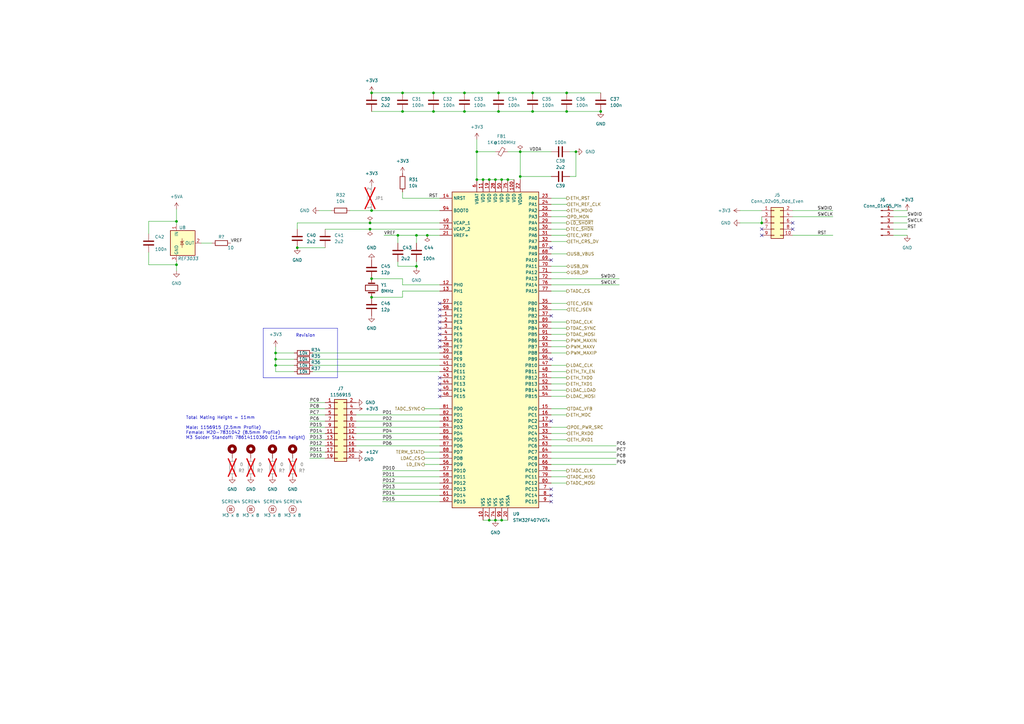
<source format=kicad_sch>
(kicad_sch (version 20230121) (generator eeschema)
  (paper "A3")
  (title_block (title "MCU") (date "2023-11-27") (rev "r0_3") (company "M-Labs Limited") (comment 1 "Linus Woo Chun Kit"))
  (lib_symbols
    (symbol "Connector:Conn_01x05_Pin" (pin_names (offset 1.016) hide)
      (property "Reference" "J" (at 0 7.62 0))
      (property "Value" "Conn_01x05_Pin" (at 0 -7.62 0))
      (symbol "Conn_01x05_Pin_1_1"
        (pin passive line (at 5.08 5.08 180) (length 3.81) (name "Pin_1") (number "1"))
        (pin passive line (at 5.08 2.54 180) (length 3.81) (name "Pin_2") (number "2"))
        (pin passive line (at 5.08 0 180) (length 3.81) (name "Pin_3") (number "3"))
        (pin passive line (at 5.08 -2.54 180) (length 3.81) (name "Pin_4") (number "4"))
        (pin passive line (at 5.08 -5.08 180) (length 3.81) (name "Pin_5") (number "5"))
      )
    )
    (symbol "Connector_Generic:Conn_02x05_Odd_Even" (pin_names (offset 1.016) hide)
      (property "Reference" "J" (at 1.27 7.62 0))
      (property "Value" "Conn_02x05_Odd_Even" (at 1.27 -7.62 0))
      (symbol "Conn_02x05_Odd_Even_1_1"
        (pin passive line (at -5.08 5.08 0) (length 3.81) (name "Pin_1") (number "1"))
        (pin passive line (at 7.62 -5.08 180) (length 3.81) (name "Pin_10") (number "10"))
        (pin passive line (at 7.62 5.08 180) (length 3.81) (name "Pin_2") (number "2"))
        (pin passive line (at -5.08 2.54 0) (length 3.81) (name "Pin_3") (number "3"))
        (pin passive line (at 7.62 2.54 180) (length 3.81) (name "Pin_4") (number "4"))
        (pin passive line (at -5.08 0 0) (length 3.81) (name "Pin_5") (number "5"))
        (pin passive line (at 7.62 0 180) (length 3.81) (name "Pin_6") (number "6"))
        (pin passive line (at -5.08 -2.54 0) (length 3.81) (name "Pin_7") (number "7"))
        (pin passive line (at 7.62 -2.54 180) (length 3.81) (name "Pin_8") (number "8"))
        (pin passive line (at -5.08 -5.08 0) (length 3.81) (name "Pin_9") (number "9"))
      )
    )
    (symbol "Connector_Generic:Conn_02x10_Odd_Even" (pin_names (offset 1.016) hide)
      (property "Reference" "J" (at 1.27 12.7 0))
      (property "Value" "Conn_02x10_Odd_Even" (at 1.27 -15.24 0))
      (symbol "Conn_02x10_Odd_Even_1_1"
        (pin passive line (at -5.08 10.16 0) (length 3.81) (name "Pin_1") (number "1"))
        (pin passive line (at 7.62 0 180) (length 3.81) (name "Pin_10") (number "10"))
        (pin passive line (at -5.08 -2.54 0) (length 3.81) (name "Pin_11") (number "11"))
        (pin passive line (at 7.62 -2.54 180) (length 3.81) (name "Pin_12") (number "12"))
        (pin passive line (at -5.08 -5.08 0) (length 3.81) (name "Pin_13") (number "13"))
        (pin passive line (at 7.62 -5.08 180) (length 3.81) (name "Pin_14") (number "14"))
        (pin passive line (at -5.08 -7.62 0) (length 3.81) (name "Pin_15") (number "15"))
        (pin passive line (at 7.62 -7.62 180) (length 3.81) (name "Pin_16") (number "16"))
        (pin passive line (at -5.08 -10.16 0) (length 3.81) (name "Pin_17") (number "17"))
        (pin passive line (at 7.62 -10.16 180) (length 3.81) (name "Pin_18") (number "18"))
        (pin passive line (at -5.08 -12.7 0) (length 3.81) (name "Pin_19") (number "19"))
        (pin passive line (at 7.62 10.16 180) (length 3.81) (name "Pin_2") (number "2"))
        (pin passive line (at 7.62 -12.7 180) (length 3.81) (name "Pin_20") (number "20"))
        (pin passive line (at -5.08 7.62 0) (length 3.81) (name "Pin_3") (number "3"))
        (pin passive line (at 7.62 7.62 180) (length 3.81) (name "Pin_4") (number "4"))
        (pin passive line (at -5.08 5.08 0) (length 3.81) (name "Pin_5") (number "5"))
        (pin passive line (at 7.62 5.08 180) (length 3.81) (name "Pin_6") (number "6"))
        (pin passive line (at -5.08 2.54 0) (length 3.81) (name "Pin_7") (number "7"))
        (pin passive line (at 7.62 2.54 180) (length 3.81) (name "Pin_8") (number "8"))
        (pin passive line (at -5.08 0 0) (length 3.81) (name "Pin_9") (number "9"))
      )
    )
    (symbol "Device:C" (pin_numbers hide) (pin_names (offset 0.254))
      (property "Reference" "C" (at 0.635 2.54 0))
      (property "Value" "C" (at 0.635 -2.54 0))
      (symbol "C_1_1"
        (pin passive line (at 0 3.81 270) (length 2.794) (name "~") (number "1"))
        (pin passive line (at 0 -3.81 90) (length 2.794) (name "~") (number "2"))
      )
    )
    (symbol "Device:Crystal" (pin_numbers hide) (pin_names (offset 1.016) hide)
      (property "Reference" "Y" (at 0 3.81 0))
      (property "Value" "Crystal" (at 0 -3.81 0))
      (symbol "Crystal_1_1"
        (pin passive line (at -3.81 0 0) (length 1.27) (name "1") (number "1"))
        (pin passive line (at 3.81 0 180) (length 1.27) (name "2") (number "2"))
      )
    )
    (symbol "Device:FerriteBead_Small" (pin_numbers hide) (pin_names (offset 0))
      (property "Reference" "FB" (at 1.905 1.27 0))
      (property "Value" "FerriteBead_Small" (at 1.905 -1.27 0))
      (symbol "FerriteBead_Small_1_1"
        (pin passive line (at 0 2.54 270) (length 1.27) (name "~") (number "1"))
        (pin passive line (at 0 -2.54 90) (length 1.27) (name "~") (number "2"))
      )
    )
    (symbol "Device:R" (pin_numbers hide) (pin_names (offset 0))
      (property "Reference" "R" (at 2.032 0 90))
      (property "Value" "R" (at 0 0 90))
      (symbol "R_1_1"
        (pin passive line (at 0 3.81 270) (length 1.27) (name "~") (number "1"))
        (pin passive line (at 0 -3.81 90) (length 1.27) (name "~") (number "2"))
      )
    )
    (symbol "Jumper:Jumper_2_Open" (pin_names (offset 0) hide)
      (property "Reference" "JP" (at 0 2.794 0))
      (property "Value" "Jumper_2_Open" (at 0 -2.286 0))
      (symbol "Jumper_2_Open_1_1"
        (pin passive line (at -5.08 0 0) (length 2.54) (name "A") (number "1"))
        (pin passive line (at 5.08 0 180) (length 2.54) (name "B") (number "2"))
      )
    )
    (symbol "MCU_ST_STM32F4:STM32F407VGTx"
      (property "Reference" "U" (at -17.78 64.77 0))
      (property "Value" "STM32F407VGTx" (at 12.7 64.77 0))
      (symbol "STM32F407VGTx_1_1"
        (pin bidirectional line (at -22.86 12.7 0) (length 5.08) (name "PE2") (number "1"))
        (pin power_in line (at -5.08 -71.12 90) (length 5.08) (name "VSS") (number "10"))
        (pin power_in line (at 7.62 68.58 270) (length 5.08) (name "VDD") (number "100"))
        (pin power_in line (at -5.08 68.58 270) (length 5.08) (name "VDD") (number "11"))
        (pin input line (at -22.86 25.4 0) (length 5.08) (name "PH0") (number "12"))
        (pin input line (at -22.86 22.86 0) (length 5.08) (name "PH1") (number "13"))
        (pin input line (at -22.86 60.96 0) (length 5.08) (name "NRST") (number "14"))
        (pin bidirectional line (at 22.86 -25.4 180) (length 5.08) (name "PC0") (number "15"))
        (pin bidirectional line (at 22.86 -27.94 180) (length 5.08) (name "PC1") (number "16"))
        (pin bidirectional line (at 22.86 -30.48 180) (length 5.08) (name "PC2") (number "17"))
        (pin bidirectional line (at 22.86 -33.02 180) (length 5.08) (name "PC3") (number "18"))
        (pin power_in line (at -2.54 68.58 270) (length 5.08) (name "VDD") (number "19"))
        (pin bidirectional line (at -22.86 10.16 0) (length 5.08) (name "PE3") (number "2"))
        (pin power_in line (at 5.08 -71.12 90) (length 5.08) (name "VSSA") (number "20"))
        (pin power_in line (at -22.86 45.72 0) (length 5.08) (name "VREF+") (number "21"))
        (pin power_in line (at 10.16 68.58 270) (length 5.08) (name "VDDA") (number "22"))
        (pin bidirectional line (at 22.86 60.96 180) (length 5.08) (name "PA0") (number "23"))
        (pin bidirectional line (at 22.86 58.42 180) (length 5.08) (name "PA1") (number "24"))
        (pin bidirectional line (at 22.86 55.88 180) (length 5.08) (name "PA2") (number "25"))
        (pin bidirectional line (at 22.86 53.34 180) (length 5.08) (name "PA3") (number "26"))
        (pin power_in line (at -2.54 -71.12 90) (length 5.08) (name "VSS") (number "27"))
        (pin power_in line (at 0 68.58 270) (length 5.08) (name "VDD") (number "28"))
        (pin bidirectional line (at 22.86 50.8 180) (length 5.08) (name "PA4") (number "29"))
        (pin bidirectional line (at -22.86 7.62 0) (length 5.08) (name "PE4") (number "3"))
        (pin bidirectional line (at 22.86 48.26 180) (length 5.08) (name "PA5") (number "30"))
        (pin bidirectional line (at 22.86 45.72 180) (length 5.08) (name "PA6") (number "31"))
        (pin bidirectional line (at 22.86 43.18 180) (length 5.08) (name "PA7") (number "32"))
        (pin bidirectional line (at 22.86 -35.56 180) (length 5.08) (name "PC4") (number "33"))
        (pin bidirectional line (at 22.86 -38.1 180) (length 5.08) (name "PC5") (number "34"))
        (pin bidirectional line (at 22.86 17.78 180) (length 5.08) (name "PB0") (number "35"))
        (pin bidirectional line (at 22.86 15.24 180) (length 5.08) (name "PB1") (number "36"))
        (pin bidirectional line (at 22.86 12.7 180) (length 5.08) (name "PB2") (number "37"))
        (pin bidirectional line (at -22.86 0 0) (length 5.08) (name "PE7") (number "38"))
        (pin bidirectional line (at -22.86 -2.54 0) (length 5.08) (name "PE8") (number "39"))
        (pin bidirectional line (at -22.86 5.08 0) (length 5.08) (name "PE5") (number "4"))
        (pin bidirectional line (at -22.86 -5.08 0) (length 5.08) (name "PE9") (number "40"))
        (pin bidirectional line (at -22.86 -7.62 0) (length 5.08) (name "PE10") (number "41"))
        (pin bidirectional line (at -22.86 -10.16 0) (length 5.08) (name "PE11") (number "42"))
        (pin bidirectional line (at -22.86 -12.7 0) (length 5.08) (name "PE12") (number "43"))
        (pin bidirectional line (at -22.86 -15.24 0) (length 5.08) (name "PE13") (number "44"))
        (pin bidirectional line (at -22.86 -17.78 0) (length 5.08) (name "PE14") (number "45"))
        (pin bidirectional line (at -22.86 -20.32 0) (length 5.08) (name "PE15") (number "46"))
        (pin bidirectional line (at 22.86 -7.62 180) (length 5.08) (name "PB10") (number "47"))
        (pin bidirectional line (at 22.86 -10.16 180) (length 5.08) (name "PB11") (number "48"))
        (pin power_in line (at -22.86 50.8 0) (length 5.08) (name "VCAP_1") (number "49"))
        (pin bidirectional line (at -22.86 2.54 0) (length 5.08) (name "PE6") (number "5"))
        (pin power_in line (at 2.54 68.58 270) (length 5.08) (name "VDD") (number "50"))
        (pin bidirectional line (at 22.86 -12.7 180) (length 5.08) (name "PB12") (number "51"))
        (pin bidirectional line (at 22.86 -15.24 180) (length 5.08) (name "PB13") (number "52"))
        (pin bidirectional line (at 22.86 -17.78 180) (length 5.08) (name "PB14") (number "53"))
        (pin bidirectional line (at 22.86 -20.32 180) (length 5.08) (name "PB15") (number "54"))
        (pin bidirectional line (at -22.86 -45.72 0) (length 5.08) (name "PD8") (number "55"))
        (pin bidirectional line (at -22.86 -48.26 0) (length 5.08) (name "PD9") (number "56"))
        (pin bidirectional line (at -22.86 -50.8 0) (length 5.08) (name "PD10") (number "57"))
        (pin bidirectional line (at -22.86 -53.34 0) (length 5.08) (name "PD11") (number "58"))
        (pin bidirectional line (at -22.86 -55.88 0) (length 5.08) (name "PD12") (number "59"))
        (pin power_in line (at -7.62 68.58 270) (length 5.08) (name "VBAT") (number "6"))
        (pin bidirectional line (at -22.86 -58.42 0) (length 5.08) (name "PD13") (number "60"))
        (pin bidirectional line (at -22.86 -60.96 0) (length 5.08) (name "PD14") (number "61"))
        (pin bidirectional line (at -22.86 -63.5 0) (length 5.08) (name "PD15") (number "62"))
        (pin bidirectional line (at 22.86 -40.64 180) (length 5.08) (name "PC6") (number "63"))
        (pin bidirectional line (at 22.86 -43.18 180) (length 5.08) (name "PC7") (number "64"))
        (pin bidirectional line (at 22.86 -45.72 180) (length 5.08) (name "PC8") (number "65"))
        (pin bidirectional line (at 22.86 -48.26 180) (length 5.08) (name "PC9") (number "66"))
        (pin bidirectional line (at 22.86 40.64 180) (length 5.08) (name "PA8") (number "67"))
        (pin bidirectional line (at 22.86 38.1 180) (length 5.08) (name "PA9") (number "68"))
        (pin bidirectional line (at 22.86 35.56 180) (length 5.08) (name "PA10") (number "69"))
        (pin bidirectional line (at 22.86 -58.42 180) (length 5.08) (name "PC13") (number "7"))
        (pin bidirectional line (at 22.86 33.02 180) (length 5.08) (name "PA11") (number "70"))
        (pin bidirectional line (at 22.86 30.48 180) (length 5.08) (name "PA12") (number "71"))
        (pin bidirectional line (at 22.86 27.94 180) (length 5.08) (name "PA13") (number "72"))
        (pin power_in line (at -22.86 48.26 0) (length 5.08) (name "VCAP_2") (number "73"))
        (pin power_in line (at 0 -71.12 90) (length 5.08) (name "VSS") (number "74"))
        (pin power_in line (at 5.08 68.58 270) (length 5.08) (name "VDD") (number "75"))
        (pin bidirectional line (at 22.86 25.4 180) (length 5.08) (name "PA14") (number "76"))
        (pin bidirectional line (at 22.86 22.86 180) (length 5.08) (name "PA15") (number "77"))
        (pin bidirectional line (at 22.86 -50.8 180) (length 5.08) (name "PC10") (number "78"))
        (pin bidirectional line (at 22.86 -53.34 180) (length 5.08) (name "PC11") (number "79"))
        (pin bidirectional line (at 22.86 -60.96 180) (length 5.08) (name "PC14") (number "8"))
        (pin bidirectional line (at 22.86 -55.88 180) (length 5.08) (name "PC12") (number "80"))
        (pin bidirectional line (at -22.86 -25.4 0) (length 5.08) (name "PD0") (number "81"))
        (pin bidirectional line (at -22.86 -27.94 0) (length 5.08) (name "PD1") (number "82"))
        (pin bidirectional line (at -22.86 -30.48 0) (length 5.08) (name "PD2") (number "83"))
        (pin bidirectional line (at -22.86 -33.02 0) (length 5.08) (name "PD3") (number "84"))
        (pin bidirectional line (at -22.86 -35.56 0) (length 5.08) (name "PD4") (number "85"))
        (pin bidirectional line (at -22.86 -38.1 0) (length 5.08) (name "PD5") (number "86"))
        (pin bidirectional line (at -22.86 -40.64 0) (length 5.08) (name "PD6") (number "87"))
        (pin bidirectional line (at -22.86 -43.18 0) (length 5.08) (name "PD7") (number "88"))
        (pin bidirectional line (at 22.86 10.16 180) (length 5.08) (name "PB3") (number "89"))
        (pin bidirectional line (at 22.86 -63.5 180) (length 5.08) (name "PC15") (number "9"))
        (pin bidirectional line (at 22.86 7.62 180) (length 5.08) (name "PB4") (number "90"))
        (pin bidirectional line (at 22.86 5.08 180) (length 5.08) (name "PB5") (number "91"))
        (pin bidirectional line (at 22.86 2.54 180) (length 5.08) (name "PB6") (number "92"))
        (pin bidirectional line (at 22.86 0 180) (length 5.08) (name "PB7") (number "93"))
        (pin input line (at -22.86 55.88 0) (length 5.08) (name "BOOT0") (number "94"))
        (pin bidirectional line (at 22.86 -2.54 180) (length 5.08) (name "PB8") (number "95"))
        (pin bidirectional line (at 22.86 -5.08 180) (length 5.08) (name "PB9") (number "96"))
        (pin bidirectional line (at -22.86 17.78 0) (length 5.08) (name "PE0") (number "97"))
        (pin bidirectional line (at -22.86 15.24 0) (length 5.08) (name "PE1") (number "98"))
        (pin power_in line (at 2.54 -71.12 90) (length 5.08) (name "VSS") (number "99"))
      )
    )
    (symbol "Mechanical:MountingHole_Pad" (pin_numbers hide) (pin_names (offset 1.016) hide)
      (property "Reference" "H" (at 0 6.35 0))
      (property "Value" "MountingHole_Pad" (at 0 4.445 0))
      (symbol "MountingHole_Pad_1_1"
        (pin input line (at 0 -2.54 90) (length 2.54) (name "1") (number "1"))
      )
    )
    (symbol "Reference_Voltage:REF3033" (pin_names (offset 0.254))
      (property "Reference" "U" (at 0 6.35 0))
      (property "Value" "REF3033" (at 2.54 -6.35 0))
      (symbol "REF3033_1_1"
        (pin power_in line (at -2.54 7.62 270) (length 2.54) (name "IN") (number "1"))
        (pin power_out line (at 7.62 0 180) (length 2.54) (name "OUT") (number "2"))
        (pin power_in line (at -2.54 -7.62 90) (length 2.54) (name "GND") (number "3"))
      )
    )
    (symbol "kirdy:Screw" (on_board no)
      (property "Reference" "SCREW" (at 3.048 2.54 0))
    )
    (symbol "power:+12V" (power) (pin_names (offset 0))
      (property "Value" "+12V" (at 0 3.556 0))
      (symbol "+12V_1_1"
        (pin power_in line (at 0 0 90) (length 0) hide (name "+12V") (number "1"))
      )
    )
    (symbol "power:+3V3" (power) (pin_names (offset 0))
      (property "Value" "+3V3" (at 0 3.556 0))
      (symbol "+3V3_1_1"
        (pin power_in line (at 0 0 90) (length 0) hide (name "+3V3") (number "1"))
      )
    )
    (symbol "power:+5VA" (power) (pin_names (offset 0))
      (property "Value" "+5VA" (at 0 3.556 0))
      (symbol "+5VA_1_1"
        (pin power_in line (at 0 0 90) (length 0) hide (name "+5VA") (number "1"))
      )
    )
    (symbol "power:GND" (power) (pin_names (offset 0))
      (property "Value" "GND" (at 0 -3.81 0))
      (symbol "GND_1_1"
        (pin power_in line (at 0 0 270) (length 0) hide (name "GND") (number "1"))
      )
    )
    (symbol "power:PWR_FLAG" (power) (pin_numbers hide) (pin_names (offset 0) hide)
      (property "Value" "PWR_FLAG" (at 0 3.81 0))
      (symbol "PWR_FLAG_0_0"
        (pin power_out line (at 0 0 90) (length 0) (name "pwr") (number "1"))
      )
    )
  )
  (junction (at 165.1 38.1))
  (junction (at 152.4 114.3))
  (junction (at 198.12 73.66))
  (junction (at 205.74 213.36))
  (junction (at 177.8 38.1))
  (junction (at 213.36 72.39))
  (junction (at 236.22 62.23))
  (junction (at 152.4 38.1))
  (junction (at 195.58 73.66))
  (junction (at 121.92 101.6))
  (junction (at 72.39 90.805))
  (junction (at 200.66 73.66))
  (junction (at 170.815 96.52))
  (junction (at 203.2 213.36))
  (junction (at 151.765 91.44))
  (junction (at 175.26 96.52))
  (junction (at 204.47 38.1))
  (junction (at 152.4 86.36))
  (junction (at 177.8 45.72))
  (junction (at 232.41 45.72))
  (junction (at 200.66 213.36))
  (junction (at 208.28 73.66))
  (junction (at 113.03 144.78))
  (junction (at 190.5 45.72))
  (junction (at 165.1 45.72))
  (junction (at 203.2 73.66))
  (junction (at 232.41 38.1))
  (junction (at 213.36 62.23))
  (junction (at 170.815 109.22))
  (junction (at 190.5 38.1))
  (junction (at 204.47 45.72))
  (junction (at 113.03 147.32))
  (junction (at 218.44 38.1))
  (junction (at 246.38 45.72))
  (junction (at 151.765 93.98))
  (junction (at 205.74 73.66))
  (junction (at 152.4 121.92))
  (junction (at 195.58 62.23))
  (junction (at 312.42 91.44))
  (junction (at 218.44 45.72))
  (junction (at 72.39 108.585))
  (junction (at 113.03 149.86))
  (junction (at 163.195 96.52))
  (no_connect (at 312.42 96.52))
  (no_connect (at 325.12 93.98))
  (no_connect (at 325.12 91.44))
  (no_connect (at 180.34 157.48))
  (no_connect (at 180.34 154.94))
  (no_connect (at 312.42 93.98))
  (no_connect (at 226.06 172.72))
  (no_connect (at 226.06 101.6))
  (no_connect (at 226.06 129.54))
  (no_connect (at 226.06 200.66))
  (no_connect (at 226.06 203.2))
  (no_connect (at 226.06 205.74))
  (no_connect (at 226.06 106.68))
  (no_connect (at 180.34 129.54))
  (no_connect (at 180.34 124.46))
  (no_connect (at 180.34 127))
  (no_connect (at 226.06 147.32))
  (no_connect (at 180.34 162.56))
  (no_connect (at 180.34 160.02))
  (no_connect (at 180.34 132.08))
  (no_connect (at 180.34 134.62))
  (no_connect (at 180.34 137.16))
  (no_connect (at 180.34 139.7))
  (no_connect (at 180.34 142.24))
  (wire (pts (xy 226.06 180.34) (xy 232.41 180.34)))
  (wire (pts (xy 156.845 205.74) (xy 180.34 205.74)))
  (wire (pts (xy 226.06 170.18) (xy 232.41 170.18)))
  (wire (pts (xy 226.06 160.02) (xy 232.41 160.02)))
  (wire (pts (xy 226.06 99.06) (xy 232.41 99.06)))
  (wire (pts (xy 165.1 116.84) (xy 180.34 116.84)))
  (wire (pts (xy 226.06 104.14) (xy 232.41 104.14)))
  (wire (pts (xy 170.815 109.22) (xy 170.815 109.855)))
  (wire (pts (xy 127 175.26) (xy 133.35 175.26)))
  (wire (pts (xy 156.845 203.2) (xy 180.34 203.2)))
  (wire (pts (xy 72.39 85.725) (xy 72.39 90.805)))
  (wire (pts (xy 226.06 86.36) (xy 232.41 86.36)))
  (polyline (pts (xy 107.95 154.94) (xy 138.43 154.94)))
  (wire (pts (xy 127 167.64) (xy 133.35 167.64)))
  (wire (pts (xy 175.26 96.52) (xy 180.34 96.52)))
  (wire (pts (xy 372.11 91.44) (xy 366.395 91.44)))
  (wire (pts (xy 198.12 213.36) (xy 200.66 213.36)))
  (wire (pts (xy 218.44 45.72) (xy 232.41 45.72)))
  (wire (pts (xy 312.42 88.9) (xy 312.42 91.44)))
  (wire (pts (xy 165.1 81.28) (xy 180.34 81.28)))
  (wire (pts (xy 233.68 72.39) (xy 236.22 72.39)))
  (wire (pts (xy 146.05 180.34) (xy 180.34 180.34)))
  (wire (pts (xy 146.05 172.72) (xy 180.34 172.72)))
  (wire (pts (xy 72.39 108.585) (xy 60.96 108.585)))
  (wire (pts (xy 372.11 96.52) (xy 366.395 96.52)))
  (wire (pts (xy 226.06 167.64) (xy 232.41 167.64)))
  (wire (pts (xy 195.58 62.23) (xy 203.2 62.23)))
  (wire (pts (xy 121.92 101.6) (xy 133.35 101.6)))
  (wire (pts (xy 170.815 96.52) (xy 170.815 99.695)))
  (wire (pts (xy 173.99 187.96) (xy 180.34 187.96)))
  (wire (pts (xy 325.12 96.52) (xy 341.63 96.52)))
  (wire (pts (xy 203.2 213.36) (xy 205.74 213.36)))
  (wire (pts (xy 226.06 139.7) (xy 232.41 139.7)))
  (polyline (pts (xy 138.43 154.94) (xy 138.43 134.62)))
  (wire (pts (xy 127 185.42) (xy 133.35 185.42)))
  (wire (pts (xy 226.06 116.84) (xy 254 116.84)))
  (wire (pts (xy 204.47 38.1) (xy 218.44 38.1)))
  (wire (pts (xy 113.03 152.4) (xy 120.65 152.4)))
  (wire (pts (xy 151.765 91.44) (xy 180.34 91.44)))
  (wire (pts (xy 128.27 149.86) (xy 180.34 149.86)))
  (wire (pts (xy 170.815 107.315) (xy 170.815 109.22)))
  (wire (pts (xy 113.03 149.86) (xy 120.65 149.86)))
  (wire (pts (xy 152.4 45.72) (xy 165.1 45.72)))
  (wire (pts (xy 127 165.1) (xy 133.35 165.1)))
  (wire (pts (xy 128.27 147.32) (xy 180.34 147.32)))
  (wire (pts (xy 72.39 107.315) (xy 72.39 108.585)))
  (wire (pts (xy 165.1 119.38) (xy 165.1 121.92)))
  (wire (pts (xy 208.28 62.23) (xy 213.36 62.23)))
  (wire (pts (xy 146.05 170.18) (xy 180.34 170.18)))
  (wire (pts (xy 127 172.72) (xy 133.35 172.72)))
  (wire (pts (xy 156.845 193.04) (xy 180.34 193.04)))
  (wire (pts (xy 133.35 93.98) (xy 151.765 93.98)))
  (wire (pts (xy 226.06 177.8) (xy 232.41 177.8)))
  (wire (pts (xy 226.06 193.04) (xy 232.41 193.04)))
  (wire (pts (xy 165.1 81.28) (xy 165.1 78.74)))
  (wire (pts (xy 72.39 90.805) (xy 72.39 92.075)))
  (wire (pts (xy 127 180.34) (xy 133.35 180.34)))
  (wire (pts (xy 113.03 147.32) (xy 113.03 149.86)))
  (wire (pts (xy 372.11 93.98) (xy 366.395 93.98)))
  (wire (pts (xy 226.06 154.94) (xy 232.41 154.94)))
  (wire (pts (xy 156.845 195.58) (xy 180.34 195.58)))
  (wire (pts (xy 213.36 62.23) (xy 213.36 72.39)))
  (wire (pts (xy 226.06 111.76) (xy 232.41 111.76)))
  (wire (pts (xy 226.06 134.62) (xy 232.41 134.62)))
  (wire (pts (xy 127 187.96) (xy 133.35 187.96)))
  (wire (pts (xy 226.06 182.88) (xy 252.73 182.88)))
  (wire (pts (xy 226.06 187.96) (xy 252.73 187.96)))
  (wire (pts (xy 226.06 149.86) (xy 232.41 149.86)))
  (wire (pts (xy 82.55 99.695) (xy 86.995 99.695)))
  (wire (pts (xy 226.06 137.16) (xy 232.41 137.16)))
  (wire (pts (xy 226.06 185.42) (xy 252.73 185.42)))
  (wire (pts (xy 226.06 93.98) (xy 232.41 93.98)))
  (wire (pts (xy 177.8 38.1) (xy 190.5 38.1)))
  (wire (pts (xy 200.66 213.36) (xy 203.2 213.36)))
  (wire (pts (xy 127 177.8) (xy 133.35 177.8)))
  (wire (pts (xy 372.11 88.9) (xy 366.395 88.9)))
  (wire (pts (xy 203.2 73.66) (xy 205.74 73.66)))
  (wire (pts (xy 195.58 62.23) (xy 195.58 73.66)))
  (wire (pts (xy 233.68 62.23) (xy 236.22 62.23)))
  (wire (pts (xy 157.48 96.52) (xy 163.195 96.52)))
  (wire (pts (xy 146.05 182.88) (xy 180.34 182.88)))
  (wire (pts (xy 177.8 45.72) (xy 190.5 45.72)))
  (wire (pts (xy 163.195 109.22) (xy 163.195 107.315)))
  (wire (pts (xy 226.06 190.5) (xy 252.73 190.5)))
  (wire (pts (xy 146.05 175.26) (xy 180.34 175.26)))
  (wire (pts (xy 226.06 198.12) (xy 232.41 198.12)))
  (wire (pts (xy 232.41 38.1) (xy 246.38 38.1)))
  (wire (pts (xy 195.58 73.66) (xy 198.12 73.66)))
  (wire (pts (xy 213.36 62.23) (xy 226.06 62.23)))
  (wire (pts (xy 165.1 121.92) (xy 152.4 121.92)))
  (wire (pts (xy 113.03 144.78) (xy 113.03 147.32)))
  (wire (pts (xy 152.4 86.36) (xy 180.34 86.36)))
  (wire (pts (xy 198.12 73.66) (xy 200.66 73.66)))
  (wire (pts (xy 113.03 144.78) (xy 120.65 144.78)))
  (wire (pts (xy 113.03 149.86) (xy 113.03 152.4)))
  (wire (pts (xy 213.36 72.39) (xy 213.36 73.66)))
  (wire (pts (xy 226.06 124.46) (xy 232.41 124.46)))
  (wire (pts (xy 226.06 152.4) (xy 232.41 152.4)))
  (wire (pts (xy 325.12 86.36) (xy 341.63 86.36)))
  (polyline (pts (xy 107.95 134.62) (xy 107.95 154.94)))
  (wire (pts (xy 226.06 195.58) (xy 232.41 195.58)))
  (wire (pts (xy 156.845 198.12) (xy 180.34 198.12)))
  (wire (pts (xy 163.195 96.52) (xy 170.815 96.52)))
  (wire (pts (xy 113.03 147.32) (xy 120.65 147.32)))
  (wire (pts (xy 208.28 73.66) (xy 210.82 73.66)))
  (wire (pts (xy 165.1 45.72) (xy 177.8 45.72)))
  (wire (pts (xy 173.99 185.42) (xy 180.34 185.42)))
  (wire (pts (xy 165.1 119.38) (xy 180.34 119.38)))
  (wire (pts (xy 226.06 142.24) (xy 232.41 142.24)))
  (wire (pts (xy 372.11 86.36) (xy 366.395 86.36)))
  (wire (pts (xy 165.1 116.84) (xy 165.1 114.3)))
  (wire (pts (xy 226.06 132.08) (xy 232.41 132.08)))
  (wire (pts (xy 121.92 93.98) (xy 121.92 91.44)))
  (wire (pts (xy 213.36 72.39) (xy 226.06 72.39)))
  (wire (pts (xy 236.22 72.39) (xy 236.22 62.23)))
  (wire (pts (xy 205.74 73.66) (xy 208.28 73.66)))
  (wire (pts (xy 226.06 109.22) (xy 232.41 109.22)))
  (wire (pts (xy 113.03 142.24) (xy 113.03 144.78)))
  (wire (pts (xy 156.845 200.66) (xy 180.34 200.66)))
  (wire (pts (xy 163.195 99.695) (xy 163.195 96.52)))
  (wire (pts (xy 303.53 91.44) (xy 312.42 91.44)))
  (wire (pts (xy 218.44 38.1) (xy 232.41 38.1)))
  (wire (pts (xy 226.06 175.26) (xy 232.41 175.26)))
  (wire (pts (xy 226.06 88.9) (xy 232.41 88.9)))
  (wire (pts (xy 60.96 95.885) (xy 60.96 90.805)))
  (wire (pts (xy 232.41 45.72) (xy 246.38 45.72)))
  (wire (pts (xy 226.06 96.52) (xy 232.41 96.52)))
  (wire (pts (xy 195.58 57.15) (xy 195.58 62.23)))
  (wire (pts (xy 226.06 119.38) (xy 232.41 119.38)))
  (wire (pts (xy 173.99 190.5) (xy 180.34 190.5)))
  (wire (pts (xy 72.39 108.585) (xy 72.39 111.125)))
  (wire (pts (xy 190.5 38.1) (xy 204.47 38.1)))
  (wire (pts (xy 165.1 38.1) (xy 177.8 38.1)))
  (wire (pts (xy 152.4 38.1) (xy 165.1 38.1)))
  (wire (pts (xy 204.47 45.72) (xy 218.44 45.72)))
  (wire (pts (xy 60.96 90.805) (xy 72.39 90.805)))
  (wire (pts (xy 170.815 109.22) (xy 163.195 109.22)))
  (wire (pts (xy 226.06 127) (xy 232.41 127)))
  (wire (pts (xy 226.06 81.28) (xy 232.41 81.28)))
  (wire (pts (xy 226.06 83.82) (xy 232.41 83.82)))
  (wire (pts (xy 151.765 93.98) (xy 180.34 93.98)))
  (wire (pts (xy 205.74 213.36) (xy 208.28 213.36)))
  (wire (pts (xy 303.53 86.36) (xy 312.42 86.36)))
  (wire (pts (xy 226.06 144.78) (xy 232.41 144.78)))
  (wire (pts (xy 165.1 114.3) (xy 152.4 114.3)))
  (polyline (pts (xy 107.95 134.62) (xy 138.43 134.62)))
  (wire (pts (xy 143.51 86.36) (xy 152.4 86.36)))
  (wire (pts (xy 226.06 91.44) (xy 232.41 91.44)))
  (wire (pts (xy 130.81 86.36) (xy 135.89 86.36)))
  (wire (pts (xy 121.92 91.44) (xy 151.765 91.44)))
  (wire (pts (xy 226.06 162.56) (xy 232.41 162.56)))
  (wire (pts (xy 190.5 45.72) (xy 204.47 45.72)))
  (wire (pts (xy 127 182.88) (xy 133.35 182.88)))
  (wire (pts (xy 170.815 96.52) (xy 175.26 96.52)))
  (wire (pts (xy 128.27 144.78) (xy 180.34 144.78)))
  (wire (pts (xy 226.06 114.3) (xy 254 114.3)))
  (wire (pts (xy 226.06 157.48) (xy 232.41 157.48)))
  (wire (pts (xy 60.96 108.585) (xy 60.96 103.505)))
  (wire (pts (xy 127 170.18) (xy 133.35 170.18)))
  (wire (pts (xy 146.05 177.8) (xy 180.34 177.8)))
  (wire (pts (xy 325.12 88.9) (xy 341.63 88.9)))
  (wire (pts (xy 173.99 167.64) (xy 180.34 167.64)))
  (wire (pts (xy 128.27 152.4) (xy 180.34 152.4)))
  (wire (pts (xy 200.66 73.66) (xy 203.2 73.66)))
  (text "Revision\n" (at 121.285 138.43 0) (effects (font (size 1.27 1.27)) (justify left bottom)))
  (text "Total Mating Height = 11mm\n\nMale: 1156915 (2.5mm Profile)\nFemale: M20-7831042 (8.5mm Profile)\nM3 Solder Standoff: 78614110360 (11mm height)\n" (at 76.2 180.34 0) (effects (font (size 1.27 1.27)) (justify left bottom)))
  (label "SWCLK" (at 372.11 91.44 0))
  (label "RST" (at 372.11 93.98 0))
  (label "SWDIO" (at 246.38 114.3 0))
  (label "SWCLK" (at 335.28 88.9 0))
  (label "PD11" (at 156.845 195.58 0))
  (label "PD10" (at 127 187.96 0))
  (label "PD15" (at 127 175.26 0))
  (label "PD4" (at 156.845 177.8 0))
  (label "PD10" (at 156.845 193.04 0))
  (label "SWDIO" (at 372.11 88.9 0))
  (label "SWDIO" (at 335.28 86.36 0))
  (label "PD13" (at 127 180.34 0))
  (label "VREF" (at 157.48 96.52 0))
  (label "PC7" (at 127 170.18 0))
  (label "VDDA" (at 217.17 62.23 0))
  (label "PD11" (at 127 185.42 0))
  (label "RST" (at 335.28 96.52 0))
  (label "PC8" (at 127 167.64 0))
  (label "PD12" (at 127 182.88 0))
  (label "PD6" (at 156.845 182.88 0))
  (label "PD15" (at 156.845 205.74 0))
  (label "VREF" (at 94.615 99.695 0))
  (label "PD13" (at 156.845 200.66 0))
  (label "PD14" (at 156.845 203.2 0))
  (label "PC6" (at 252.73 182.88 0))
  (label "PD12" (at 156.845 198.12 0))
  (label "PD3" (at 156.845 175.26 0))
  (label "PD5" (at 156.845 180.34 0))
  (label "PD14" (at 127 177.8 0))
  (label "PC9" (at 252.73 190.5 0))
  (label "PC6" (at 127 172.72 0))
  (label "PC8" (at 252.73 187.96 0))
  (label "SWCLK" (at 246.38 116.84 0))
  (label "RST" (at 175.895 81.28 0))
  (label "PD1" (at 156.845 170.18 0))
  (label "PD2" (at 156.845 172.72 0))
  (label "PC9" (at 127 165.1 0))
  (label "PC7" (at 252.73 185.42 0))
  (hierarchical_label "USB_DP" (shape bidirectional) (at 232.41 111.76 0))
  (hierarchical_label "TEC_VREF" (shape input) (at 232.41 96.52 0))
  (hierarchical_label "ETH_REF_CLK" (shape input) (at 232.41 83.82 0))
  (hierarchical_label "USB_VBUS" (shape input) (at 232.41 104.14 0))
  (hierarchical_label "TADC_CLK" (shape output) (at 232.41 193.04 0))
  (hierarchical_label "TDAC_MOSI" (shape output) (at 232.41 137.16 0))
  (hierarchical_label "PWM_MAXIP" (shape output) (at 232.41 144.78 0))
  (hierarchical_label "USB_DN" (shape bidirectional) (at 232.41 109.22 0))
  (hierarchical_label "ETH_RST" (shape output) (at 232.41 81.28 0))
  (hierarchical_label "TEC_~{SHDN}" (shape output) (at 232.41 93.98 0))
  (hierarchical_label "ETH_TXD1" (shape output) (at 232.41 157.48 0))
  (hierarchical_label "ETH_MDIO" (shape bidirectional) (at 232.41 86.36 0))
  (hierarchical_label "LDAC_MOSI" (shape output) (at 232.41 162.56 0))
  (hierarchical_label "PWM_MAXV" (shape output) (at 232.41 142.24 0))
  (hierarchical_label "POE_PWR_SRC" (shape input) (at 232.41 175.26 0))
  (hierarchical_label "TERM_STAT" (shape input) (at 173.99 185.42 180))
  (hierarchical_label "TADC_CS" (shape output) (at 232.41 119.38 0))
  (hierarchical_label "ETH_RXD0" (shape input) (at 232.41 177.8 0))
  (hierarchical_label "TADC_MISO" (shape input) (at 232.41 195.58 0))
  (hierarchical_label "~{LD_SHORT}" (shape output) (at 232.41 91.44 0))
  (hierarchical_label "LDAC_CS" (shape output) (at 173.99 187.96 180))
  (hierarchical_label "TADC_MOSI" (shape output) (at 232.41 198.12 0))
  (hierarchical_label "ETH_CRS_DV" (shape input) (at 232.41 99.06 0))
  (hierarchical_label "LD_EN" (shape output) (at 173.99 190.5 180))
  (hierarchical_label "TADC_SYNC" (shape output) (at 173.99 167.64 180))
  (hierarchical_label "PWM_MAXIN" (shape output) (at 232.41 139.7 0))
  (hierarchical_label "TEC_ISEN" (shape input) (at 232.41 127 0))
  (hierarchical_label "TEC_VSEN" (shape input) (at 232.41 124.46 0))
  (hierarchical_label "ETH_TX_EN" (shape output) (at 232.41 152.4 0))
  (hierarchical_label "TDAC_SYNC" (shape output) (at 232.41 134.62 0))
  (hierarchical_label "ETH_TXD0" (shape output) (at 232.41 154.94 0))
  (hierarchical_label "PD_MON" (shape input) (at 232.41 88.9 0))
  (hierarchical_label "ETH_RXD1" (shape input) (at 232.41 180.34 0))
  (hierarchical_label "LDAC_LOAD" (shape output) (at 232.41 160.02 0))
  (hierarchical_label "ETH_MDC" (shape output) (at 232.41 170.18 0))
  (hierarchical_label "LDAC_CLK" (shape output) (at 232.41 149.86 0))
  (hierarchical_label "TDAC_VFB" (shape input) (at 232.41 167.64 0))
  (hierarchical_label "TDAC_CLK" (shape output) (at 232.41 132.08 0))
  (symbol (lib_id "Connector_Generic:Conn_02x05_Odd_Even") (at 317.5 91.44 0) (unit 1)
    (property "Reference" "J5" (at 318.77 80.01 0))
    (property "Value" "Conn_02x05_Odd_Even" (at 318.77 82.55 0))
    (property "Footprint" "kirdy:Adafuit_SWD_Header_4048" (effects hide))
    (property "Datasheet" "https://www.mouser.hk/datasheet/2/737/Adafruit_4048_Web-3358014.pdf" (effects hide))
    (property "MFR_PN" "4048" (effects hide))
    (property "Comment" "Manufacturer: Adafruit" (effects hide))
  )
  (symbol (lib_id "Device:FerriteBead_Small") (at 205.74 62.23 90) (unit 1)
    (property "Reference" "FB1" (at 205.7019 55.88 90))
    (property "Value" "1K@100MHz" (at 205.7019 58.42 90))
    (property "Footprint" "Inductor_SMD:L_1210_3225Metric" (effects hide))
    (property "MFR_PN" "FBMH3225HM102NT" (effects hide))
    (property "MFR_PN_ALT" "FBMH3225HM102NTV" (effects hide))
  )
  (symbol (lib_id "kirdy:Screw") (at 102.87 208.915 0) (unit 1) (on_board no)
    (property "Reference" "SCREW4" (at 99.06 205.74 0) (effects (justify left)))
    (property "Value" "M3 x 8" (at 102.87 211.328 0))
    (property "MFR_PN" "EDLV-M3-L8" (effects hide))
    (property "MFR_PN_ALT" "FH4-M3-8 " (effects hide))
    (property "Comment" "https://jlcmc.com/product/s/E02/EDLV/cross-recessed-large-flat-head-screw" (effects hide))
    (instances (project "kirdy" (path "" (reference "SCREW4") (unit 1)) (path "" (reference "SCREW6") (unit 1))))
  )
  (symbol (lib_id "power:GND") (at 120.015 195.58 0) (unit 1)
    (property "Reference" "#PWR?" (effects hide))
    (property "Value" "GND" (at 120.015 200.66 0))
    (instances (project "kirdy" (path "" (reference "#PWR?") (unit 1)) (path "" (reference "#PWR082") (unit 1))))
  )
  (symbol (lib_id "Device:C") (at 170.815 103.505 180) (unit 1)
    (property "Reference" "C44" (at 175.895 101.6 0))
    (property "Value" "100n" (at 175.895 106.045 0))
    (property "Footprint" "Capacitor_SMD:C_0603_1608Metric" (effects hide))
    (property "MFR_PN" "CL10B104KB8NNWC" (effects hide))
    (property "MFR_PN_ALT" "CL10B104KB8NNNL" (effects hide))
  )
  (symbol (lib_id "power:+3V3") (at 152.4 76.2 0) (unit 1)
    (property "Reference" "#PWR062" (effects hide))
    (property "Value" "+3V3" (at 152.4 71.12 0))
  )
  (symbol (lib_id "Device:C") (at 133.35 97.79 0) (unit 1)
    (property "Reference" "C41" (at 137.16 96.5199 0) (effects (justify left)))
    (property "Value" "2u2" (at 137.16 99.0599 0) (effects (justify left)))
    (property "Footprint" "Capacitor_SMD:C_0603_1608Metric" (effects hide))
    (property "MFR_PN" "CL10B225KP8NNNC" (effects hide))
    (property "MFR_PN_ALT" "CGA3E1X7R0J225K080AC" (effects hide))
  )
  (symbol (lib_id "power:PWR_FLAG") (at 213.36 62.23 0) (unit 1)
    (property "Reference" "#FLG01" (effects hide))
    (property "Value" "PWR_FLAG" (effects hide))
  )
  (symbol (lib_id "Device:R") (at 165.1 74.93 0) (unit 1)
    (property "Reference" "R31" (at 167.64 73.6599 0) (effects (justify left)))
    (property "Value" "10k" (at 167.64 76.1999 0) (effects (justify left)))
    (property "Footprint" "Resistor_SMD:R_0603_1608Metric" (effects hide))
    (property "MFR_PN" "RNCP0603FTD10K0" (effects hide))
    (property "MFR_PN_ALT" "RMCF0603FT10K0" (effects hide))
  )
  (symbol (lib_id "Mechanical:MountingHole_Pad") (at 102.87 185.42 0) (unit 1)
    (property "Reference" "H?" (effects hide))
    (property "Value" "78614110360" (effects hide))
    (property "Footprint" "Mounting_Wuerth:Mounting_Wuerth_WA-SMSI-M3_H11mm_9774110360" (effects hide))
    (property "MFR_PN" "78614110360" (effects hide))
    (property "MFR_PN_ALT" "9774110360R" (effects hide))
    (instances (project "kirdy" (path "" (reference "H?") (unit 1)) (path "" (reference "H6") (unit 1))))
  )
  (symbol (lib_id "Device:C") (at 60.96 99.695 0) (unit 1)
    (property "Reference" "C42" (at 63.5 97.155 0) (effects (justify left)))
    (property "Value" "100n" (at 63.5 102.235 0) (effects (justify left)))
    (property "Footprint" "Capacitor_SMD:C_0603_1608Metric" (effects hide))
    (property "MFR_PN" "CL10B104KB8NNWC" (effects hide))
    (property "MFR_PN_ALT" "CL10B104KB8NNNL" (effects hide))
  )
  (symbol (lib_id "Device:C") (at 177.8 41.91 0) (unit 1)
    (property "Reference" "C32" (at 181.61 40.6399 0) (effects (justify left)))
    (property "Value" "100n" (at 181.61 43.1799 0) (effects (justify left)))
    (property "Footprint" "Capacitor_SMD:C_0603_1608Metric" (effects hide))
    (property "MFR_PN" "CL10B104KB8NNWC" (effects hide))
    (property "MFR_PN_ALT" "CL10B104KB8NNNL" (effects hide))
  )
  (symbol (lib_id "Device:C") (at 232.41 41.91 0) (unit 1)
    (property "Reference" "C36" (at 236.22 40.6399 0) (effects (justify left)))
    (property "Value" "100n" (at 236.22 43.1799 0) (effects (justify left)))
    (property "Footprint" "Capacitor_SMD:C_0603_1608Metric" (effects hide))
    (property "MFR_PN" "CL10B104KB8NNWC" (effects hide))
    (property "MFR_PN_ALT" "CL10B104KB8NNNL" (effects hide))
  )
  (symbol (lib_id "Device:C") (at 163.195 103.505 180) (unit 1)
    (property "Reference" "C43" (at 167.005 101.6 0))
    (property "Value" "2u2" (at 166.37 106.045 0))
    (property "Footprint" "Capacitor_SMD:C_0603_1608Metric" (effects hide))
    (property "MFR_PN" "CL10B225KP8NNNC" (effects hide))
    (property "MFR_PN_ALT" "CGA3E1X7R0J225K080AC" (effects hide))
  )
  (symbol (lib_id "Reference_Voltage:REF3033") (at 74.93 99.695 0) (unit 1)
    (property "Reference" "U8" (at 76.2 93.345 0) (effects (justify right)))
    (property "Value" "REF3033" (at 81.28 106.045 0) (effects (font italic) (justify right)))
    (property "Footprint" "Package_TO_SOT_SMD:SOT-23" (effects hide))
    (property "Datasheet" "http://www.ti.com/lit/ds/symlink/ref3033.pdf" (effects hide))
    (property "MFR_PN" "REF3033AIDBZR" (effects hide))
  )
  (symbol (lib_id "kirdy:Screw") (at 120.015 208.915 0) (unit 1) (on_board no)
    (property "Reference" "SCREW4" (at 116.205 205.74 0) (effects (justify left)))
    (property "Value" "M3 x 8" (at 120.015 211.328 0))
    (property "MFR_PN" "EDLV-M3-L8" (effects hide))
    (property "MFR_PN_ALT" "FH4-M3-8 " (effects hide))
    (property "Comment" "https://jlcmc.com/product/s/E02/EDLV/cross-recessed-large-flat-head-screw" (effects hide))
    (instances (project "kirdy" (path "" (reference "SCREW4") (unit 1)) (path "" (reference "SCREW8") (unit 1))))
  )
  (symbol (lib_id "Device:R") (at 124.46 149.86 90) (unit 1)
    (property "Reference" "R36" (at 129.54 148.59 90))
    (property "Value" "10k" (at 124.46 149.86 90))
    (property "Footprint" "Resistor_SMD:R_0603_1608Metric" (effects hide))
    (property "MFR_PN" "RNCP0603FTD10K0" (effects hide))
    (property "MFR_PN_ALT" "RMCF0603FT10K0" (effects hide))
  )
  (symbol (lib_id "Device:C") (at 190.5 41.91 0) (unit 1)
    (property "Reference" "C33" (at 194.31 40.6399 0) (effects (justify left)))
    (property "Value" "100n" (at 194.31 43.1799 0) (effects (justify left)))
    (property "Footprint" "Capacitor_SMD:C_0603_1608Metric" (effects hide))
    (property "MFR_PN" "CL10B104KB8NNWC" (effects hide))
    (property "MFR_PN_ALT" "CL10B104KB8NNNL" (effects hide))
  )
  (symbol (lib_id "power:+3V3") (at 165.1 71.12 0) (unit 1)
    (property "Reference" "#PWR061" (effects hide))
    (property "Value" "+3V3" (at 165.1 66.04 0))
  )
  (symbol (lib_id "power:GND") (at 236.22 62.23 90) (unit 1)
    (property "Reference" "#PWR060" (effects hide))
    (property "Value" "GND" (at 240.03 62.2299 90) (effects (justify right)))
  )
  (symbol (lib_id "power:GND") (at 203.2 213.36 0) (unit 1)
    (property "Reference" "#PWR083" (effects hide))
    (property "Value" "GND" (at 203.2 218.44 0))
  )
  (symbol (lib_id "Device:R") (at 102.87 191.77 180) (unit 1) (dnp yes)
    (property "Reference" "R?" (at 106.68 193.04 0))
    (property "Value" "0" (at 106.68 190.5 0))
    (property "Footprint" "Resistor_SMD:R_0603_1608Metric" (effects hide))
    (property "MFR_PN" "RMCF0603ZT0R00" (effects hide))
    (property "MFR_PN_ALT" "CR0603-J/-000ELF" (effects hide))
    (instances (project "kirdy" (path "" (reference "R?") (unit 1)) (path "" (reference "R39") (unit 1))))
  )
  (symbol (lib_id "Device:C") (at 246.38 41.91 0) (unit 1)
    (property "Reference" "C37" (at 250.19 40.6399 0) (effects (justify left)))
    (property "Value" "100n" (at 250.19 43.1799 0) (effects (justify left)))
    (property "Footprint" "Capacitor_SMD:C_0603_1608Metric" (effects hide))
    (property "MFR_PN" "CL10B104KB8NNWC" (effects hide))
    (property "MFR_PN_ALT" "CL10B104KB8NNNL" (effects hide))
  )
  (symbol (lib_id "Jumper:Jumper_2_Open") (at 152.4 81.28 90) (unit 1) (dnp yes)
    (property "Reference" "JP1" (at 153.67 81.28 90) (effects (justify right)))
    (property "Value" "DNP" (effects hide))
    (property "Footprint" "Connector_PinHeader_2.54mm:PinHeader_1x02_P2.54mm_Vertical" (effects hide))
  )
  (symbol (lib_id "power:+3V3") (at 303.53 86.36 90) (unit 1)
    (property "Reference" "#PWR065" (effects hide))
    (property "Value" "+3V3" (at 299.72 86.3599 90) (effects (justify left)))
  )
  (symbol (lib_id "Device:C") (at 218.44 41.91 0) (unit 1)
    (property "Reference" "C35" (at 222.25 40.6399 0) (effects (justify left)))
    (property "Value" "100n" (at 222.25 43.1799 0) (effects (justify left)))
    (property "Footprint" "Capacitor_SMD:C_0603_1608Metric" (effects hide))
    (property "MFR_PN" "CL10B104KB8NNWC" (effects hide))
    (property "MFR_PN_ALT" "CL10B104KB8NNNL" (effects hide))
  )
  (symbol (lib_id "Device:Crystal") (at 152.4 118.11 90) (unit 1)
    (property "Reference" "Y1" (at 156.21 116.8399 90) (effects (justify right)))
    (property "Value" "8MHz" (at 156.21 119.3799 90) (effects (justify right)))
    (property "Footprint" "Crystal:Crystal_SMD_5032-2Pin_5.0x3.2mm" (effects hide))
    (property "MFR_PN" "ECS-80-12-30Q-DS-TR" (effects hide))
    (property "MFR_PN_ALT" "ECS-80-12-30-JGN-TR" (effects hide))
  )
  (symbol (lib_id "power:PWR_FLAG") (at 151.765 93.98 180) (unit 1)
    (property "Reference" "#FLG03" (effects hide))
    (property "Value" "PWR_FLAG" (effects hide))
  )
  (symbol (lib_id "power:GND") (at 95.25 195.58 0) (unit 1)
    (property "Reference" "#PWR?" (effects hide))
    (property "Value" "GND" (at 95.25 200.66 0))
    (instances (project "kirdy" (path "" (reference "#PWR?") (unit 1)) (path "" (reference "#PWR079") (unit 1))))
  )
  (symbol (lib_id "Mechanical:MountingHole_Pad") (at 95.25 185.42 0) (unit 1)
    (property "Reference" "H?" (effects hide))
    (property "Value" "78614110360" (effects hide))
    (property "Footprint" "Mounting_Wuerth:Mounting_Wuerth_WA-SMSI-M3_H11mm_9774110360" (effects hide))
    (property "Datasheet" "~" (at 95.25 185.42 0))
    (property "MFR_PN" "78614110360" (effects hide))
    (property "MFR_PN_ALT" "9774110360R" (effects hide))
    (instances (project "kirdy" (path "" (reference "H?") (unit 1)) (path "" (reference "H5") (unit 1))))
  )
  (symbol (lib_id "power:+12V") (at 146.05 185.42 270) (unit 1)
    (property "Reference" "#PWR?" (effects hide))
    (property "Value" "+12V" (at 149.86 185.42 90) (effects (justify left)))
    (instances (project "kirdy" (path "" (reference "#PWR?") (unit 1)) (path "" (reference "#PWR077") (unit 1))))
  )
  (symbol (lib_id "MCU_ST_STM32F4:STM32F407VGTx") (at 203.2 142.24 0) (unit 1)
    (property "Reference" "U9" (at 210.2994 210.82 0) (effects (justify left)))
    (property "Value" "STM32F407VGTx" (at 210.2994 213.36 0) (effects (justify left)))
    (property "Footprint" "Package_QFP:LQFP-100_14x14mm_P0.5mm" (effects hide))
    (property "Datasheet" "http://www.st.com/st-web-ui/static/active/en/resource/technical/document/datasheet/DM00037051.pdf" (effects hide))
    (property "MFR_PN" "STM32F407VGT6" (effects hide))
  )
  (symbol (lib_id "Device:R") (at 124.46 147.32 90) (unit 1)
    (property "Reference" "R35" (at 129.54 146.05 90))
    (property "Value" "10k" (at 124.46 147.32 90))
    (property "Footprint" "Resistor_SMD:R_0603_1608Metric" (effects hide))
    (property "MFR_PN" "RNCP0603FTD10K0" (effects hide))
    (property "MFR_PN_ALT" "RMCF0603FT10K0" (effects hide))
  )
  (symbol (lib_id "power:PWR_FLAG") (at 151.765 91.44 0) (unit 1)
    (property "Reference" "#FLG02" (effects hide))
    (property "Value" "PWR_FLAG" (effects hide))
  )
  (symbol (lib_id "power:+3V3") (at 113.03 142.24 0) (unit 1)
    (property "Reference" "#PWR074" (effects hide))
    (property "Value" "+3V3" (at 113.03 137.16 0))
  )
  (symbol (lib_id "power:GND") (at 102.87 195.58 0) (unit 1)
    (property "Reference" "#PWR?" (effects hide))
    (property "Value" "GND" (at 102.87 200.66 0))
    (instances (project "kirdy" (path "" (reference "#PWR?") (unit 1)) (path "" (reference "#PWR080") (unit 1))))
  )
  (symbol (lib_id "Device:C") (at 229.87 62.23 90) (unit 1)
    (property "Reference" "C38" (at 229.87 66.04 90))
    (property "Value" "100n" (at 229.87 58.42 90))
    (property "Footprint" "Capacitor_SMD:C_0603_1608Metric" (effects hide))
    (property "MFR_PN" "CL10B104KB8NNWC" (effects hide))
    (property "MFR_PN_ALT" "CL10B104KB8NNNL" (effects hide))
  )
  (symbol (lib_id "power:GND") (at 146.05 165.1 90) (unit 1)
    (property "Reference" "#PWR075" (effects hide))
    (property "Value" "GND" (at 149.86 165.1 90) (effects (justify right)))
  )
  (symbol (lib_id "power:GND") (at 72.39 111.125 0) (unit 1)
    (property "Reference" "#PWR072" (effects hide))
    (property "Value" "GND" (at 72.39 116.205 0))
  )
  (symbol (lib_id "Device:R") (at 95.25 191.77 180) (unit 1) (dnp yes)
    (property "Reference" "R?" (at 99.06 193.04 0))
    (property "Value" "0" (at 99.06 190.5 0))
    (property "Footprint" "Resistor_SMD:R_0603_1608Metric" (effects hide))
    (property "MFR_PN" "RMCF0603ZT0R00" (effects hide))
    (property "MFR_PN_ALT" "CR0603-J/-000ELF" (effects hide))
    (instances (project "kirdy" (path "" (reference "R?") (unit 1)) (path "" (reference "R38") (unit 1))))
  )
  (symbol (lib_id "power:GND") (at 111.76 195.58 0) (unit 1)
    (property "Reference" "#PWR?" (effects hide))
    (property "Value" "GND" (at 111.76 200.66 0))
    (instances (project "kirdy" (path "" (reference "#PWR?") (unit 1)) (path "" (reference "#PWR081") (unit 1))))
  )
  (symbol (lib_id "Device:C") (at 229.87 72.39 90) (unit 1)
    (property "Reference" "C39" (at 229.87 76.2 90))
    (property "Value" "2u2" (at 229.87 68.58 90))
    (property "Footprint" "Capacitor_SMD:C_0603_1608Metric" (effects hide))
    (property "MFR_PN" "CL10B225KP8NNNC" (effects hide))
    (property "MFR_PN_ALT" "CGA3E1X7R0J225K080AC" (effects hide))
  )
  (symbol (lib_id "Device:C") (at 165.1 41.91 0) (unit 1)
    (property "Reference" "C31" (at 168.91 40.6399 0) (effects (justify left)))
    (property "Value" "100n" (at 168.91 43.1799 0) (effects (justify left)))
    (property "Footprint" "Capacitor_SMD:C_0603_1608Metric" (effects hide))
    (property "MFR_PN" "CL10B104KB8NNWC" (effects hide))
    (property "MFR_PN_ALT" "CL10B104KB8NNNL" (effects hide))
  )
  (symbol (lib_id "Device:R") (at 124.46 144.78 90) (unit 1)
    (property "Reference" "R34" (at 129.54 143.51 90))
    (property "Value" "10k" (at 124.46 144.78 90))
    (property "Footprint" "Resistor_SMD:R_0603_1608Metric" (effects hide))
    (property "MFR_PN" "RNCP0603FTD10K0" (effects hide))
    (property "MFR_PN_ALT" "RMCF0603FT10K0" (effects hide))
  )
  (symbol (lib_id "power:GND") (at 246.38 45.72 0) (unit 1)
    (property "Reference" "#PWR058" (effects hide))
    (property "Value" "GND" (at 246.38 50.8 0))
  )
  (symbol (lib_id "Device:R") (at 124.46 152.4 90) (unit 1)
    (property "Reference" "R37" (at 129.54 151.13 90))
    (property "Value" "10k" (at 124.46 152.4 90))
    (property "Footprint" "Resistor_SMD:R_0603_1608Metric" (effects hide))
    (property "MFR_PN" "RNCP0603FTD10K0" (effects hide))
    (property "MFR_PN_ALT" "RMCF0603FT10K0" (effects hide))
  )
  (symbol (lib_id "power:GND") (at 152.4 129.54 0) (unit 1)
    (property "Reference" "#PWR073" (effects hide))
    (property "Value" "GND" (at 152.4 134.62 0))
  )
  (symbol (lib_id "power:PWR_FLAG") (at 175.26 96.52 180) (unit 1)
    (property "Reference" "#FLG04" (effects hide))
    (property "Value" "PWR_FLAG" (effects hide))
  )
  (symbol (lib_id "Device:C") (at 204.47 41.91 0) (unit 1)
    (property "Reference" "C34" (at 208.28 40.6399 0) (effects (justify left)))
    (property "Value" "100n" (at 208.28 43.1799 0) (effects (justify left)))
    (property "Footprint" "Capacitor_SMD:C_0603_1608Metric" (effects hide))
    (property "MFR_PN" "CL10B104KB8NNWC" (effects hide))
    (property "MFR_PN_ALT" "CL10B104KB8NNNL" (effects hide))
  )
  (symbol (lib_id "Connector:Conn_01x05_Pin") (at 361.315 91.44 0) (unit 1)
    (property "Reference" "J6" (at 361.95 81.915 0))
    (property "Value" "Conn_01x05_Pin" (at 361.95 84.455 0))
    (property "Footprint" "Connector_PinHeader_2.54mm:PinHeader_1x05_P2.54mm_Vertical" (effects hide))
    (property "MFR_PN" "HB-PH3-25415PB2GOP" (effects hide))
    (property "MFR_PN_ALT" "PH1-05-UA" (effects hide))
    (property "Comment" "Generic 2.54mm x 5 Pin Header" (effects hide))
  )
  (symbol (lib_id "power:GND") (at 372.11 96.52 0) (unit 1)
    (property "Reference" "#PWR068" (effects hide))
    (property "Value" "GND" (at 372.11 101.6 0))
  )
  (symbol (lib_id "Device:R") (at 111.76 191.77 180) (unit 1) (dnp yes)
    (property "Reference" "R?" (at 115.57 193.04 0))
    (property "Value" "0" (at 115.57 190.5 0))
    (property "Footprint" "Resistor_SMD:R_0603_1608Metric" (effects hide))
    (property "MFR_PN" "RMCF0603ZT0R00" (effects hide))
    (property "MFR_PN_ALT" "CR0603-J/-000ELF" (effects hide))
    (instances (project "kirdy" (path "" (reference "R?") (unit 1)) (path "" (reference "R40") (unit 1))))
  )
  (symbol (lib_id "power:GND") (at 130.81 86.36 270) (unit 1)
    (property "Reference" "#PWR064" (effects hide))
    (property "Value" "GND" (at 127 86.3599 90) (effects (justify right)))
  )
  (symbol (lib_id "Device:C") (at 121.92 97.79 0) (unit 1)
    (property "Reference" "C40" (at 125.73 96.5199 0) (effects (justify left)))
    (property "Value" "2u2" (at 125.73 99.0599 0) (effects (justify left)))
    (property "Footprint" "Capacitor_SMD:C_0603_1608Metric" (effects hide))
    (property "MFR_PN" "CL10B225KP8NNNC" (effects hide))
    (property "MFR_PN_ALT" "CGA3E1X7R0J225K080AC" (effects hide))
  )
  (symbol (lib_id "Device:R") (at 139.7 86.36 90) (unit 1)
    (property "Reference" "R32" (at 139.7 80.01 90))
    (property "Value" "10k" (at 139.7 82.55 90))
    (property "Footprint" "Resistor_SMD:R_0603_1608Metric" (effects hide))
    (property "MFR_PN" "RNCP0603FTD10K0" (effects hide))
    (property "MFR_PN_ALT" "RMCF0603FT10K0" (effects hide))
  )
  (symbol (lib_id "power:+3V3") (at 195.58 57.15 0) (unit 1)
    (property "Reference" "#PWR059" (effects hide))
    (property "Value" "+3V3" (at 195.58 52.07 0))
  )
  (symbol (lib_id "power:GND") (at 170.815 109.855 0) (unit 1)
    (property "Reference" "#PWR071" (effects hide))
    (property "Value" "GND" (at 170.815 114.935 0))
  )
  (symbol (lib_id "power:GND") (at 146.05 187.96 90) (unit 1)
    (property "Reference" "#PWR078" (effects hide))
    (property "Value" "GND" (at 149.225 188.3938 90) (effects (justify right)))
  )
  (symbol (lib_id "power:+3V3") (at 372.11 86.36 0) (unit 1)
    (property "Reference" "#PWR066" (effects hide))
    (property "Value" "+3V3" (at 372.11 81.915 0))
  )
  (symbol (lib_id "power:GND") (at 303.53 91.44 270) (unit 1)
    (property "Reference" "#PWR067" (effects hide))
    (property "Value" "GND" (at 299.72 91.4399 90) (effects (justify right)))
  )
  (symbol (lib_id "kirdy:Screw") (at 94.615 208.915 0) (unit 1) (on_board no)
    (property "Reference" "SCREW4" (at 90.805 205.74 0) (effects (justify left)))
    (property "Value" "M3 x 8" (at 94.615 211.328 0))
    (property "MFR_PN" "EDLV-M3-L8" (effects hide))
    (property "MFR_PN_ALT" "FH4-M3-8 " (effects hide))
    (property "Comment" "https://jlcmc.com/product/s/E02/EDLV/cross-recessed-large-flat-head-screw" (effects hide))
    (instances (project "kirdy" (path "" (reference "SCREW4") (unit 1)) (path "" (reference "SCREW5") (unit 1))))
  )
  (symbol (lib_id "power:+3V3") (at 146.05 167.64 270) (unit 1)
    (property "Reference" "#PWR076" (effects hide))
    (property "Value" "+3V3" (at 149.86 167.64 90) (effects (justify left)))
  )
  (symbol (lib_id "power:+5VA") (at 72.39 85.725 0) (unit 1)
    (property "Reference" "#PWR?" (effects hide))
    (property "Value" "+5VA" (at 72.39 80.645 0))
    (instances (project "kirdy" (path "" (reference "#PWR?") (unit 1)) (path "" (reference "#PWR063") (unit 1))))
  )
  (symbol (lib_id "Mechanical:MountingHole_Pad") (at 111.76 185.42 0) (unit 1)
    (property "Reference" "H?" (effects hide))
    (property "Value" "78614110360" (effects hide))
    (property "Footprint" "Mounting_Wuerth:Mounting_Wuerth_WA-SMSI-M3_H11mm_9774110360" (effects hide))
    (property "MFR_PN" "78614110360" (effects hide))
    (property "MFR_PN_ALT" "9774110360R" (effects hide))
    (instances (project "kirdy" (path "" (reference "H?") (unit 1)) (path "" (reference "H7") (unit 1))))
  )
  (symbol (lib_id "Mechanical:MountingHole_Pad") (at 120.015 185.42 0) (unit 1)
    (property "Reference" "H?" (effects hide))
    (property "Value" "78614110360" (effects hide))
    (property "Footprint" "Mounting_Wuerth:Mounting_Wuerth_WA-SMSI-M3_H11mm_9774110360" (effects hide))
    (property "MFR_PN" "78614110360" (effects hide))
    (property "MFR_PN_ALT" "9774110360R" (effects hide))
    (instances (project "kirdy" (path "" (reference "H?") (unit 1)) (path "" (reference "H8") (unit 1))))
  )
  (symbol (lib_id "power:GND") (at 121.92 101.6 0) (unit 1)
    (property "Reference" "#PWR069" (effects hide))
    (property "Value" "GND" (at 121.92 106.68 0))
  )
  (symbol (lib_id "Device:C") (at 152.4 125.73 0) (unit 1)
    (property "Reference" "C46" (at 156.21 124.4599 0) (effects (justify left)))
    (property "Value" "12p" (at 156.21 126.9999 0) (effects (justify left)))
    (property "Footprint" "Capacitor_SMD:C_0603_1608Metric" (effects hide))
    (property "MFR_PN" "0603N120J500CT" (effects hide))
    (property "MFR_PN_ALT" "C0603C120K5HAC7867" (effects hide))
  )
  (symbol (lib_id "power:+3V3") (at 152.4 38.1 0) (unit 1)
    (property "Reference" "#PWR057" (effects hide))
    (property "Value" "+3V3" (at 152.4 33.02 0))
  )
  (symbol (lib_id "Device:C") (at 152.4 41.91 0) (unit 1)
    (property "Reference" "C30" (at 156.21 40.6399 0) (effects (justify left)))
    (property "Value" "2u2" (at 156.21 43.1799 0) (effects (justify left)))
    (property "Footprint" "Capacitor_SMD:C_0603_1608Metric" (effects hide))
    (property "MFR_PN" "CL10B225KP8NNNC" (effects hide))
    (property "MFR_PN_ALT" "CGA3E1X7R0J225K080AC" (effects hide))
  )
  (symbol (lib_id "Device:R") (at 90.805 99.695 90) (unit 1)
    (property "Reference" "R?" (at 90.805 97.155 90))
    (property "Value" "10" (at 94.615 101.6 90))
    (property "Footprint" "Resistor_SMD:R_0603_1608Metric" (effects hide))
    (property "MFR_PN" "RT0603BRD0710RL" (effects hide))
    (property "MFR_PN_ALT" "WR06X10R0FTL" (effects hide))
    (instances (project "kirdy" (path "" (reference "R?") (unit 1)) (path "" (reference "R33") (unit 1))))
  )
  (symbol (lib_id "Device:C") (at 152.4 110.49 0) (unit 1)
    (property "Reference" "C45" (at 156.21 109.2199 0) (effects (justify left)))
    (property "Value" "12p" (at 156.21 111.7599 0) (effects (justify left)))
    (property "Footprint" "Capacitor_SMD:C_0603_1608Metric" (effects hide))
    (property "MFR_PN" "0603N120J500CT" (effects hide))
    (property "MFR_PN_ALT" "C0603C120K5HAC7867" (effects hide))
  )
  (symbol (lib_id "power:GND") (at 152.4 106.68 180) (unit 1)
    (property "Reference" "#PWR070" (effects hide))
    (property "Value" "GND" (at 152.4 101.6 0))
  )
  (symbol (lib_id "Device:R") (at 120.015 191.77 180) (unit 1) (dnp yes)
    (property "Reference" "R?" (at 123.825 193.04 0))
    (property "Value" "0" (at 123.825 190.5 0))
    (property "Footprint" "Resistor_SMD:R_0603_1608Metric" (effects hide))
    (property "MFR_PN" "RMCF0603ZT0R00" (effects hide))
    (property "MFR_PN_ALT" "CR0603-J/-000ELF" (effects hide))
    (instances (project "kirdy" (path "" (reference "R?") (unit 1)) (path "" (reference "R41") (unit 1))))
  )
  (symbol (lib_id "Connector_Generic:Conn_02x10_Odd_Even") (at 138.43 175.26 0) (unit 1)
    (property "Reference" "J7" (at 139.7 159.385 0))
    (property "Value" "1156915" (at 139.7 161.925 0))
    (property "Footprint" "kirdy:1156915" (effects hide))
    (property "MFR_PN" "1156915" (effects hide))
  )
  (symbol (lib_id "kirdy:Screw") (at 111.76 208.915 0) (unit 1) (on_board no)
    (property "Reference" "SCREW4" (at 107.95 205.74 0) (effects (justify left)))
    (property "Value" "M3 x 8" (at 111.76 211.328 0))
    (property "MFR_PN" "EDLV-M3-L8" (effects hide))
    (property "MFR_PN_ALT" "FH4-M3-8 " (effects hide))
    (property "Comment" "https://jlcmc.com/product/s/E02/EDLV/cross-recessed-large-flat-head-screw" (effects hide))
    (instances (project "kirdy" (path "" (reference "SCREW4") (unit 1)) (path "" (reference "SCREW7") (unit 1))))
  )
)
</source>
